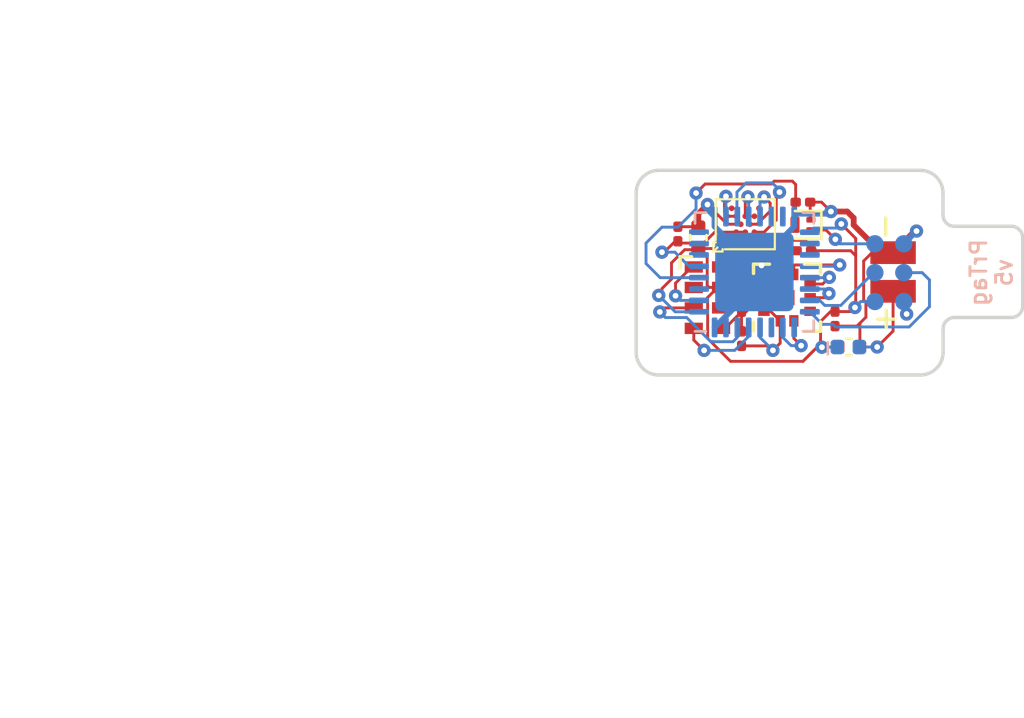
<source format=kicad_pcb>
(kicad_pcb (version 20211014) (generator pcbnew)
  (layers (0 "F.Cu" signal) (31 "B.Cu" signal) (34 "B.Paste" user) (35 "F.Paste" user) (36 "B.SilkS" user "B.Silkscreen") (37 "F.SilkS" user "F.Silkscreen") (38 "B.Mask" user) (39 "F.Mask" user) (44 "Edge.Cuts" user))
  (net 0 "")
  (net 1 "GND")
  (net 2 "VBAT")
  (net 3 "SWDIO")
  (net 4 "SWCLK")
  (net 5 "Net-(C502-Pad1)")
  (net 6 "RST")
  (net 7 "/clkout")
  (net 8 "/SCL")
  (net 9 "/SDA")
  (net 10 "VIN")
  (net 11 "Net-(R1-Pad1)")
  (net 12 "/AT25_MISO")
  (net 13 "/AT25_nCS")
  (net 14 "/AT25_MOSI")
  (net 15 "/AT25_SCK")
  (net 16 "/LPS_CS")
  (net 17 "/LPS_PWR")
  (net 18 "/LPS_MISO")
  (net 19 "/LPS_MOSI")
  (net 20 "/LPS_SCK")
  (footprint "library:taghole1.1mm" (layer "F.Cu") (at 139.931876 111.650589)
    (fp_text reference "J303" hide)
    (fp_text value "Conn_01x01" hide)
    (pad "" np_thru_hole circle (at 0.615 -0.03) (size 1.1 1.1) (drill 1.1) (layers F&B.Cu *.Mask))
  )
  (footprint "bittag:MS621" (layer "F.Cu") (at 150.596876 108.370589 180)
    (fp_text reference "J401" hide)
    (fp_text value "CONN_01X02" hide)
    (fp_text user "-" (at 0.4 2 270) (layer "F.SilkS"))
    (fp_text user "+" (at 0.3 -2 180) (layer "F.SilkS"))
    (pad "1" smd rect locked (at 0 -0.85 180) (size 2 1) (layers "F.Cu" "F.Mask") (net 2 "VBAT"))
    (pad "2" smd rect locked (at 0 0.85 180) (size 2 1) (layers "F.Cu" "F.Mask") (net 1 "GND"))
  )
  (footprint "Capacitor_SMD:C_0402_1005Metric" (layer "F.Cu") (at 142.031876 106.859589 90)
    (fp_text reference "C404" hide)
    (fp_text value "22uf")
    (fp_line (start -0.107836 -0.36) (end 0.107836 -0.36) (layer "F.SilkS") (width 0.12))
    (fp_line (start -0.107836 0.36) (end 0.107836 0.36) (layer "F.SilkS") (width 0.12))
    (pad "1" smd roundrect locked (at -0.48 0 90) (size 0.56 0.62) (layers "F.Cu" "F.Paste" "F.Mask") (net 10 "VIN"))
    (pad "2" smd roundrect locked (at 0.48 0 90) (size 0.56 0.62) (layers "F.Cu" "F.Paste" "F.Mask") (net 1 "GND"))
  )
  (footprint "library:RV-8803-C7" (layer "F.Cu") (at 142.431876 109.500589)
    (fp_text reference "U501" hide)
    (fp_text value "RV-3028-C7" hide)
    (fp_line (start -1.2 -1.8) (end -1.2 -1.3) (layer "F.SilkS") (width 0.15))
    (fp_line (start -0.7 -1.8) (end -1.2 -1.8) (layer "F.SilkS") (width 0.15))
    (pad "1" smd rect locked (at -0.6 -1.35) (size 0.8 0.5) (layers "F.Cu" "F.Paste" "F.Mask") (net 7 "/clkout"))
    (pad "2" smd rect locked (at -0.6 -0.45) (size 0.8 0.5) (layers "F.Cu" "F.Paste" "F.Mask"))
    (pad "3" smd rect locked (at -0.6 0.45) (size 0.8 0.5) (layers "F.Cu" "F.Paste" "F.Mask") (net 8 "/SCL"))
    (pad "4" smd rect locked (at -0.6 1.35) (size 0.8 0.5) (layers "F.Cu" "F.Paste" "F.Mask") (net 9 "/SDA"))
    (pad "5" smd rect locked (at 0.6 1.35) (size 0.8 0.5) (layers "F.Cu" "F.Paste" "F.Mask") (net 1 "GND"))
    (pad "6" smd rect locked (at 0.6 0.45) (size 0.8 0.5) (layers "F.Cu" "F.Paste" "F.Mask") (net 11 "Net-(R1-Pad1)"))
    (pad "7" smd rect locked (at 0.6 -0.45) (size 0.8 0.5) (layers "F.Cu" "F.Paste" "F.Mask") (net 10 "VIN"))
    (pad "8" smd rect locked (at 0.6 -1.35) (size 0.8 0.5) (layers "F.Cu" "F.Paste" "F.Mask") (net 1 "GND"))
  )
  (footprint "Resistor_SMD:R_0201_0603Metric" (layer "F.Cu") (at 143.931876 109.800589 -90)
    (fp_text reference "R1" hide)
    (fp_text value "10k")
    (pad "1" smd roundrect locked (at -0.32 0 270) (size 0.46 0.4) (layers "F.Cu" "F.Mask") (net 11 "Net-(R1-Pad1)"))
    (pad "2" smd roundrect locked (at 0.32 0 270) (size 0.46 0.4) (layers "F.Cu" "F.Mask") (net 1 "GND"))
  )
  (footprint "Capacitor_SMD:C_0201_0603Metric" (layer "F.Cu") (at 148.044276 110.432589 -90)
    (fp_text reference "C501" hide)
    (fp_text value "0.1uf")
    (pad "1" smd roundrect locked (at -0.32 0 270) (size 0.46 0.4) (layers "F.Cu" "F.Mask") (net 10 "VIN"))
    (pad "2" smd roundrect locked (at 0.32 0 270) (size 0.46 0.4) (layers "F.Cu" "F.Mask") (net 1 "GND"))
  )
  (footprint "Capacitor_SMD:C_0201_0603Metric" (layer "F.Cu") (at 143.931876 108.400589 90)
    (fp_text reference "C503" hide)
    (fp_text value "0.1uf")
    (pad "1" smd roundrect locked (at -0.32 0 90) (size 0.46 0.4) (layers "F.Cu" "F.Mask") (net 10 "VIN"))
    (pad "2" smd roundrect locked (at 0.32 0 90) (size 0.46 0.4) (layers "F.Cu" "F.Mask") (net 1 "GND"))
  )
  (footprint "library:adesto_wlcsp12" (layer "F.Cu") (at 144.096876 106.270589 90)
    (fp_text reference "U1" hide)
    (fp_text value "at25ex321D-UUN" hide)
    (fp_line (start 1.1 1.3) (end 1.1 -1.3) (layer "F.SilkS") (width 0.1))
    (fp_line (start -1.2 -1) (end -1.1 -1) (layer "F.SilkS") (width 0.1))
    (fp_line (start -0.8 -1.4) (end -0.8 -1.3) (layer "F.SilkS") (width 0.1))
    (fp_line (start -1.2 -1.4) (end -1.025 -1.225) (layer "F.SilkS") (width 0.1))
    (fp_line (start -1.1 1.3) (end -1.1 -0.9) (layer "F.SilkS") (width 0.1))
    (fp_line (start -0.8 -1.4) (end -1.2 -1.4) (layer "F.SilkS") (width 0.1))
    (fp_line (start -1.1 1.3) (end 1.1 1.3) (layer "F.SilkS") (width 0.1))
    (fp_line (start -1.2 -1) (end -1.2 -1.4) (layer "F.SilkS") (width 0.1))
    (fp_line (start 1.1 -1.3) (end -0.7 -1.3) (layer "F.SilkS") (width 0.1))
    (pad "A1" smd circle locked (at -0.7 -0.6 90) (size 0.25 0.25) (layers "F.Cu" "F.Paste" "F.Mask"))
    (pad "A5" smd circle locked (at 0.7 -0.6 90) (size 0.25 0.25) (layers "F.Cu" "F.Paste" "F.Mask"))
    (pad "B2" smd circle locked (at -0.35 -0.4 90) (size 0.25 0.25) (layers "F.Cu" "F.Paste" "F.Mask") (net 10 "VIN"))
    (pad "B4" smd circle locked (at 0.35 -0.4 90) (size 0.25 0.25) (layers "F.Cu" "F.Paste" "F.Mask") (net 13 "/AT25_nCS"))
    (pad "C3" smd circle locked (at 0 -0.2 90) (size 0.25 0.25) (layers "F.Cu" "F.Paste" "F.Mask") (net 1 "GND"))
    (pad "D2" smd circle locked (at -0.35 0 90) (size 0.25 0.25) (layers "F.Cu" "F.Paste" "F.Mask") (net 10 "VIN"))
    (pad "D4" smd circle locked (at 0.35 0 90) (size 0.25 0.25) (layers "F.Cu" "F.Paste" "F.Mask") (net 12 "/AT25_MISO"))
    (pad "E3" smd circle locked (at 0 0.2 90) (size 0.25 0.25) (layers "F.Cu" "F.Paste" "F.Mask") (net 14 "/AT25_MOSI"))
    (pad "F2" smd circle locked (at -0.35 0.4 90) (size 0.25 0.25) (layers "F.Cu" "F.Paste" "F.Mask") (net 15 "/AT25_SCK"))
    (pad "F4" smd circle locked (at 0.35 0.4 90) (size 0.25 0.25) (layers "F.Cu" "F.Paste" "F.Mask"))
    (pad "G1" smd circle locked (at -0.7 0.6 90) (size 0.25 0.25) (layers "F.Cu" "F.Paste" "F.Mask"))
    (pad "G5" smd circle locked (at 0.7 0.6 90) (size 0.25 0.25) (layers "F.Cu" "F.Paste" "F.Mask"))
  )
  (footprint "Capacitor_SMD:C_0201_0603Metric" (layer "F.Cu") (at 146.631876 105.300589)
    (fp_text reference "C502" hide)
    (fp_text value "0.1uf")
    (pad "1" smd roundrect locked (at -0.32 0) (size 0.46 0.4) (layers "F.Cu" "F.Mask") (net 5 "Net-(C502-Pad1)"))
    (pad "2" smd roundrect locked (at 0.32 0) (size 0.46 0.4) (layers "F.Cu" "F.Mask") (net 1 "GND"))
  )
  (footprint "library:taghole1.1mm" (layer "F.Cu") (at 139.931876 105.150589)
    (fp_text reference "J304" hide)
    (fp_text value "Conn_01x01" hide)
    (pad "" np_thru_hole circle (at 0.615 -0.03) (size 1.1 1.1) (drill 1.1) (layers F&B.Cu *.Mask))
  )
  (footprint "library:taghole1.1mm" (layer "F.Cu") (at 150.901876 111.650589)
    (fp_text reference "J301" hide)
    (fp_text value "Conn_01x01" hide)
    (pad "" np_thru_hole circle locked (at 0.645 -0.03) (size 1.1 1.1) (drill 1.1) (layers F&B.Cu *.Mask))
  )
  (footprint "library:taghole1.1mm" (layer "F.Cu") (at 150.901876 105.150589)
    (fp_text reference "J302" hide)
    (fp_text value "Conn_01x01" hide)
    (pad "" np_thru_hole circle (at 0.645 -0.03) (size 1.1 1.1) (drill 1.1) (layers F&B.Cu *.Mask))
  )
  (footprint "Package_TO_SOT_SMD:SOT-883" (layer "F.Cu") (at 146.631876 106.300589 180)
    (fp_text reference "Q501" hide)
    (fp_text value "Q_NPN_BEC")
    (fp_line (start 0.35 0.61) (end -0.81 0.61) (layer "F.SilkS") (width 0.12))
    (fp_line (start -0.81 0.61) (end -0.81 -0.61) (layer "F.SilkS") (width 0.12))
    (fp_line (start -0.81 -0.61) (end 0.35 -0.61) (layer "F.SilkS") (width 0.12))
    (pad "1" smd roundrect locked (at -0.35 -0.225 180) (size 0.4 0.25) (layers "F.Cu" "F.Paste" "F.Mask") (roundrect_rratio 0.2) (net 6 "RST"))
    (pad "2" smd roundrect locked (at -0.35 0.225 180) (size 0.4 0.25) (layers "F.Cu" "F.Paste" "F.Mask") (roundrect_rratio 0.2) (net 1 "GND"))
    (pad "3" smd roundrect locked (at 0.35 0 180) (size 0.4 0.7) (layers "F.Cu" "F.Paste" "F.Mask") (roundrect_rratio 0.125) (net 5 "Net-(C502-Pad1)"))
  )
  (footprint "Capacitor_SMD:C_0201_0603Metric" (layer "F.Cu") (at 143.931876 111.300589 90)
    (fp_text reference "C1" hide)
    (fp_text value "0.1uf")
    (pad "1" smd roundrect locked (at -0.32 0 90) (size 0.46 0.4) (layers "F.Cu" "F.Mask") (net 17 "/LPS_PWR"))
    (pad "2" smd roundrect locked (at 0.32 0 90) (size 0.46 0.4) (layers "F.Cu" "F.Mask") (net 1 "GND"))
  )
  (footprint "lib_fp:LPS27HHWTR" (layer "F.Cu") (at 145.931876 109.500589 90)
    (fp_text reference "U2" hide)
    (fp_text value "LPS27HHWTR" hide)
    (fp_line (start 1.4732 -1.4732) (end 1.066686 -1.4732) (layer "F.SilkS") (width 0.1524))
    (fp_line (start -1.4732 1.4732) (end -1.066686 1.4732) (layer "F.SilkS") (width 0.1524))
    (fp_line (start -1.4732 0.770467) (end -1.4732 1.4732) (layer "F.SilkS") (width 0.1524))
    (fp_line (start 1.4732 1.4732) (end 1.4732 0.770467) (layer "F.SilkS") (width 0.1524))
    (fp_line (start 1.066686 1.4732) (end 1.4732 1.4732) (layer "F.SilkS") (width 0.1524))
    (fp_line (start -1.066686 -1.4732) (end -1.4732 -1.4732) (layer "F.SilkS") (width 0.1524))
    (fp_line (start 1.4732 -0.770467) (end 1.4732 -1.4732) (layer "F.SilkS") (width 0.1524))
    (pad "1" smd rect (at -1.020999 -0.299999 180) (size 0.4064 0.508) (layers "F.Cu" "F.Paste" "F.Mask") (net 17 "/LPS_PWR"))
    (pad "2" smd rect (at -1.020999 0.299999 180) (size 0.4064 0.508) (layers "F.Cu" "F.Paste" "F.Mask") (net 20 "/LPS_SCK"))
    (pad "3" smd rect (at -0.599999 1.016 90) (size 0.4064 0.508) (layers "F.Cu" "F.Paste" "F.Mask"))
    (pad "4" smd rect (at 0 1.016 90) (size 0.4064 0.508) (layers "F.Cu" "F.Paste" "F.Mask") (net 19 "/LPS_MOSI"))
    (pad "5" smd rect (at 0.599999 1.016 90) (size 0.4064 0.508) (layers "F.Cu" "F.Paste" "F.Mask") (net 18 "/LPS_MISO"))
    (pad "6" smd rect (at 1.020999 0.299999 180) (size 0.4064 0.508) (layers "F.Cu" "F.Paste" "F.Mask") (net 16 "/LPS_CS"))
    (pad "7" smd rect (at 1.020999 -0.299999 180) (size 0.4064 0.508) (layers "F.Cu" "F.Paste" "F.Mask"))
    (pad "8" smd rect (at 0.599999 -1.016 90) (size 0.4064 0.508) (layers "F.Cu" "F.Paste" "F.Mask") (net 1 "GND"))
    (pad "9" smd rect (at 0 -1.016 90) (size 0.4064 0.508) (layers "F.Cu" "F.Paste" "F.Mask") (net 1 "GND"))
    (pad "10" smd rect (at -0.599999 -1.016 90) (size 0.4064 0.508) (layers "F.Cu" "F.Paste" "F.Mask") (net 17 "/LPS_PWR"))
    (pad "11" smd rect (at 0 0 90) (size 0.6604 0.6604) (layers "F.Cu" "F.Paste" "F.Mask") (net 1 "GND"))
  )
  (footprint "Capacitor_SMD:C_0201_0603Metric" (layer "F.Cu") (at 141.131876 106.700589 90)
    (fp_text reference "C2" hide)
    (fp_text value "0.1uf")
    (pad "1" smd roundrect locked (at -0.32 0 90) (size 0.46 0.4) (layers "F.Cu" "F.Mask") (net 10 "VIN"))
    (pad "2" smd roundrect locked (at 0.32 0 90) (size 0.46 0.4) (layers "F.Cu" "F.Mask") (net 1 "GND"))
  )
  (footprint "Capacitor_SMD:C_0201_0603Metric" (layer "F.Cu") (at 146.672676 107.435389 180)
    (fp_text reference "C101" hide)
    (fp_text value "1uf")
    (pad "1" smd roundrect locked (at -0.32 0 180) (size 0.46 0.4) (layers "F.Cu" "F.Mask") (net 10 "VIN"))
    (pad "2" smd roundrect locked (at 0.32 0 180) (size 0.46 0.4) (layers "F.Cu" "F.Mask") (net 1 "GND"))
  )
  (footprint "Capacitor_SMD:C_0402_1005Metric" (layer "F.Cu") (at 148.656876 111.670589)
    (fp_text reference "C3" hide)
    (fp_text value "22uf")
    (fp_line (start -0.107836 -0.36) (end 0.107836 -0.36) (layer "F.SilkS") (width 0.12))
    (fp_line (start -0.107836 0.36) (end 0.107836 0.36) (layer "F.SilkS") (width 0.12))
    (pad "1" smd roundrect (at -0.48 0) (size 0.56 0.62) (layers "F.Cu" "F.Paste" "F.Mask") (net 10 "VIN"))
    (pad "2" smd roundrect (at 0.48 0) (size 0.56 0.62) (layers "F.Cu" "F.Paste" "F.Mask") (net 1 "GND"))
  )
  (footprint "bittag:tagpoints6" (layer "B.Cu") (at 150.431876 108.400589 90)
    (fp_text reference "J201" hide)
    (fp_text value "CONN_02X04" hide)
    (pad "1" smd circle locked (at -1.27 -0.635 90) (size 0.762 0.762) (layers "B.Cu" "B.Mask") (net 10 "VIN"))
    (pad "2" smd circle locked (at -1.27 0.635 90) (size 0.762 0.762) (layers "B.Cu" "B.Mask") (net 2 "VBAT"))
    (pad "3" smd circle locked (at 0 -0.635 90) (size 0.762 0.762) (layers "B.Cu" "B.Mask") (net 3 "SWDIO"))
    (pad "4" smd circle locked (at 0 0.635 90) (size 0.762 0.762) (layers "B.Cu" "B.Mask") (net 4 "SWCLK"))
    (pad "5" smd circle locked (at 1.27 -0.635 90) (size 0.762 0.762) (layers "B.Cu" "B.Mask") (net 6 "RST"))
    (pad "6" smd circle locked (at 1.27 0.635 90) (size 0.762 0.762) (layers "B.Cu" "B.Mask") (net 1 "GND"))
  )
  (footprint "Diode_SMD:D_0402_1005Metric" (layer "B.Cu") (at 148.626876 111.670589)
    (fp_text reference "D401" hide)
    (fp_text value "D")
    (fp_line (start -0.9 0.32) (end -0.9 -0.2) (layer "B.SilkS") (width 0.12))
    (pad "1" smd roundrect (at -0.485 0) (size 0.59 0.64) (layers "B.Cu" "B.Paste" "B.Mask") (net 10 "VIN"))
    (pad "2" smd roundrect (at 0.485 0) (size 0.59 0.64) (layers "B.Cu" "B.Paste" "B.Mask") (net 2 "VBAT"))
  )
  (footprint "Package_DFN_QFN:QFN-32-1EP_5x5mm_P0.5mm_EP3.45x3.45mm" (layer "B.Cu") (at 144.496876 108.370589)
    (fp_text reference "U302" hide)
    (fp_text value "stm32l431kc")
    (fp_line (start 2.61 -2.61) (end 2.61 -2.135) (layer "B.SilkS") (width 0.12))
    (fp_line (start 2.135 2.61) (end 2.61 2.61) (layer "B.SilkS") (width 0.12))
    (fp_line (start -2.135 -2.61) (end -2.61 -2.61) (layer "B.SilkS") (width 0.12))
    (fp_line (start 2.135 -2.61) (end 2.61 -2.61) (layer "B.SilkS") (width 0.12))
    (fp_line (start -2.135 2.61) (end -2.61 2.61) (layer "B.SilkS") (width 0.12))
    (fp_line (start -2.61 -2.61) (end -2.61 -2.135) (layer "B.SilkS") (width 0.12))
    (fp_line (start 2.61 2.61) (end 2.61 2.135) (layer "B.SilkS") (width 0.12))
    (pad "1" smd roundrect locked (at -2.4375 1.75) (size 0.875 0.25) (layers "B.Cu" "B.Paste" "B.Mask") (net 10 "VIN"))
    (pad "2" smd roundrect locked (at -2.4375 1.25) (size 0.875 0.25) (layers "B.Cu" "B.Paste" "B.Mask") (net 7 "/clkout"))
    (pad "3" smd roundrect locked (at -2.4375 0.75) (size 0.875 0.25) (layers "B.Cu" "B.Paste" "B.Mask"))
    (pad "4" smd roundrect locked (at -2.4375 0.25) (size 0.875 0.25) (layers "B.Cu" "B.Paste" "B.Mask") (net 5 "Net-(C502-Pad1)"))
    (pad "5" smd roundrect locked (at -2.4375 -0.25) (size 0.875 0.25) (layers "B.Cu" "B.Paste" "B.Mask") (net 10 "VIN"))
    (pad "6" smd roundrect locked (at -2.4375 -0.75) (size 0.875 0.25) (layers "B.Cu" "B.Paste" "B.Mask"))
    (pad "7" smd roundrect locked (at -2.4375 -1.25) (size 0.875 0.25) (layers "B.Cu" "B.Paste" "B.Mask"))
    (pad "8" smd roundrect locked (at -2.4375 -1.75) (size 0.875 0.25) (layers "B.Cu" "B.Paste" "B.Mask"))
    (pad "9" smd roundrect locked (at -1.75 -2.4375) (size 0.25 0.875) (layers "B.Cu" "B.Paste" "B.Mask") (net 1 "GND"))
    (pad "10" smd roundrect locked (at -1.25 -2.4375) (size 0.25 0.875) (layers "B.Cu" "B.Paste" "B.Mask") (net 13 "/AT25_nCS"))
    (pad "11" smd roundrect locked (at -0.75 -2.4375) (size 0.25 0.875) (layers "B.Cu" "B.Paste" "B.Mask") (net 15 "/AT25_SCK"))
    (pad "12" smd roundrect locked (at -0.25 -2.4375) (size 0.25 0.875) (layers "B.Cu" "B.Paste" "B.Mask") (net 12 "/AT25_MISO"))
    (pad "13" smd roundrect locked (at 0.25 -2.4375) (size 0.25 0.875) (layers "B.Cu" "B.Paste" "B.Mask") (net 14 "/AT25_MOSI"))
    (pad "14" smd roundrect locked (at 0.75 -2.4375) (size 0.25 0.875) (layers "B.Cu" "B.Paste" "B.Mask"))
    (pad "15" smd roundrect locked (at 1.25 -2.4375) (size 0.25 0.875) (layers "B.Cu" "B.Paste" "B.Mask"))
    (pad "16" smd roundrect locked (at 1.75 -2.4375) (size 0.25 0.875) (layers "B.Cu" "B.Paste" "B.Mask") (net 1 "GND"))
    (pad "17" smd roundrect locked (at 2.4375 -1.75) (size 0.875 0.25) (layers "B.Cu" "B.Paste" "B.Mask") (net 10 "VIN"))
    (pad "18" smd roundrect locked (at 2.4375 -1.25) (size 0.875 0.25) (layers "B.Cu" "B.Paste" "B.Mask"))
    (pad "19" smd roundrect locked (at 2.4375 -0.75) (size 0.875 0.25) (layers "B.Cu" "B.Paste" "B.Mask"))
    (pad "20" smd roundrect locked (at 2.4375 -0.25) (size 0.875 0.25) (layers "B.Cu" "B.Paste" "B.Mask") (net 16 "/LPS_CS"))
    (pad "21" smd roundrect locked (at 2.4375 0.25) (size 0.875 0.25) (layers "B.Cu" "B.Paste" "B.Mask") (net 18 "/LPS_MISO"))
    (pad "22" smd roundrect locked (at 2.4375 0.75) (size 0.875 0.25) (layers "B.Cu" "B.Paste" "B.Mask") (net 19 "/LPS_MOSI"))
    (pad "23" smd roundrect locked (at 2.4375 1.25) (size 0.875 0.25) (layers "B.Cu" "B.Paste" "B.Mask") (net 3 "SWDIO"))
    (pad "24" smd roundrect locked (at 2.4375 1.75) (size 0.875 0.25) (layers "B.Cu" "B.Paste" "B.Mask") (net 4 "SWCLK"))
    (pad "25" smd roundrect locked (at 1.75 2.4375) (size 0.25 0.875) (layers "B.Cu" "B.Paste" "B.Mask"))
    (pad "26" smd roundrect locked (at 1.25 2.4375) (size 0.25 0.875) (layers "B.Cu" "B.Paste" "B.Mask") (net 20 "/LPS_SCK"))
    (pad "27" smd roundrect locked (at 0.75 2.4375) (size 0.25 0.875) (layers "B.Cu" "B.Paste" "B.Mask"))
    (pad "28" smd roundrect locked (at 0.25 2.4375) (size 0.25 0.875) (layers "B.Cu" "B.Paste" "B.Mask") (net 17 "/LPS_PWR"))
    (pad "29" smd roundrect locked (at -0.25 2.4375) (size 0.25 0.875) (layers "B.Cu" "B.Paste" "B.Mask") (net 9 "/SDA"))
    (pad "30" smd roundrect locked (at -0.75 2.4375) (size 0.25 0.875) (layers "B.Cu" "B.Paste" "B.Mask") (net 8 "/SCL"))
    (pad "31" smd roundrect locked (at -1.25 2.4375) (size 0.25 0.875) (layers "B.Cu" "B.Paste" "B.Mask") (net 1 "GND"))
    (pad "32" smd roundrect locked (at -1.75 2.4375) (size 0.25 0.875) (layers "B.Cu" "B.Paste" "B.Mask") (net 1 "GND"))
    (pad "33" smd roundrect locked (at 0 0) (size 3.45 3.45) (layers "B.Cu" "B.Mask") (roundrect_rratio 0.07246376812) (net 1 "GND"))
  )
  (gr_line (start 139.296876 111.900589) (end 139.296876 104.900589) (layer "Edge.Cuts") (width 0.15))
  (gr_line (start 152.791876 104.900589) (end 152.791876 105.870589) (layer "Edge.Cuts") (width 0.15))
  (gr_line (start 156.296876 106.870589) (end 156.296876 109.870589) (layer "Edge.Cuts") (width 0.15))
  (gr_line (start 152.796876 111.900589) (end 152.796876 110.870589) (layer "Edge.Cuts") (width 0.15))
  (gr_arc (start 140.296876 112.900589) (mid 139.589769 112.607696) (end 139.296876 111.900589) (layer "Edge.Cuts") (width 0.15))
  (gr_arc (start 151.791876 103.900589) (mid 152.498983 104.193482) (end 152.791876 104.900589) (layer "Edge.Cuts") (width 0.15))
  (gr_line (start 140.296876 103.900589) (end 151.791876 103.900589) (layer "Edge.Cuts") (width 0.15))
  (gr_arc (start 156.296876 109.870589) (mid 156.150429 110.224142) (end 155.796876 110.370589) (layer "Edge.Cuts") (width 0.15))
  (gr_arc (start 152.796876 111.900589) (mid 152.503983 112.607696) (end 151.796876 112.900589) (layer "Edge.Cuts") (width 0.15))
  (gr_arc (start 153.291876 106.360589) (mid 152.940394 106.219142) (end 152.791876 105.870589) (layer "Edge.Cuts") (width 0.15))
  (gr_line (start 151.796876 112.900589) (end 140.296876 112.900589) (layer "Edge.Cuts") (width 0.15))
  (gr_arc (start 155.791876 106.360589) (mid 156.15 106.511) (end 156.296876 106.870589) (layer "Edge.Cuts") (width 0.15))
  (gr_line (start 153.291876 106.360589) (end 155.791876 106.360589) (layer "Edge.Cuts") (width 0.15))
  (gr_arc (start 152.796876 110.870589) (mid 152.943323 110.517036) (end 153.296876 110.370589) (layer "Edge.Cuts") (width 0.15))
  (gr_line (start 153.296876 110.370589) (end 155.796876 110.370589) (layer "Edge.Cuts") (width 0.15))
  (gr_arc (start 139.296876 104.900589) (mid 139.589769 104.193482) (end 140.296876 103.900589) (layer "Edge.Cuts") (width 0.15))
  (gr_text "PrTag\nv5" (at 154.921876 108.400589 90) (layer "B.SilkS") (effects (font (size 0.7 0.7) (thickness 0.125)) (justify mirror)))
  (segment (start 147.450616 105.300589) (end 147.863213 105.713186) (width 0.127) (layer "F.Cu") (net 1))
  (segment (start 150.796876 107.520589) (end 150.212876 107.520589) (width 0.254) (layer "F.Cu") (net 1))
  (segment (start 146.951876 105.300589) (end 146.951876 106.045589) (width 0.127) (layer "F.Cu") (net 1))
  (segment (start 149.123876 110.637589) (end 149.401867 110.359598) (width 0.127) (layer "F.Cu") (net 1))
  (segment (start 143.301876 106.270589) (end 142.726878 105.695591) (width 0.127) (layer "F.Cu") (net 1))
  (segment (start 143.931876 108.080589) (end 144.811876 108.080589) (width 0.127) (layer "F.Cu") (net 1))
  (segment (start 146.951876 105.300589) (end 147.450616 105.300589) (width 0.127) (layer "F.Cu") (net 1))
  (segment (start 148.580305 105.713186) (end 147.863213 105.713186) (width 0.254) (layer "F.Cu") (net 1))
  (segment (start 149.136876 110.650589) (end 149.123876 110.637589) (width 0.127) (layer "F.Cu") (net 1))
  (segment (start 150.746876 107.370589) (end 150.596876 107.520589) (width 0.254) (layer "F.Cu") (net 1))
  (segment (start 149.401867 110.359598) (end 149.401867 109.70103) (width 0.127) (layer "F.Cu") (net 1))
  (segment (start 144.915876 109.500589) (end 144.751876 109.500589) (width 0.127) (layer "F.Cu") (net 1))
  (segment (start 149.136876 111.670589) (end 149.136876 110.650589) (width 0.127) (layer "F.Cu") (net 1))
  (segment (start 144.915876 108.90059) (end 144.915876 109.500589) (width 0.127) (layer "F.Cu") (net 1))
  (segment (start 144.915876 109.500589) (end 145.931876 109.500589) (width 0.127) (layer "F.Cu") (net 1))
  (segment (start 149.301876 109.601039) (end 149.301876 107.888589) (width 0.127) (layer "F.Cu") (net 1))
  (segment (start 141.131876 106.380589) (end 142.030876 106.380589) (width 0.127) (layer "F.Cu") (net 1))
  (segment (start 143.896876 106.270589) (end 143.701876 106.270589) (width 0.13) (layer "F.Cu") (net 1))
  (segment (start 149.401867 109.70103) (end 149.301876 109.601039) (width 0.127) (layer "F.Cu") (net 1))
  (segment (start 151.546876 106.570589) (end 150.596876 107.520589) (width 0.254) (layer "F.Cu") (net 1))
  (segment (start 148.864579 106.307291) (end 148.864579 105.99746) (width 0.254) (layer "F.Cu") (net 1))
  (segment (start 149.008876 110.752589) (end 149.123876 110.637589) (width 0.127) (layer "F.Cu") (net 1))
  (segment (start 143.201876 110.850589) (end 143.031876 110.850589) (width 0.127) (layer "F.Cu") (net 1))
  (segment (start 142.031876 105.806395) (end 142.434779 105.403492) (width 0.254) (layer "F.Cu") (net 1))
  (segment (start 144.131876 110.120589) (end 143.931876 110.120589) (width 0.127) (layer "F.Cu") (net 1))
  (segment (start 142.726878 105.695591) (end 142.434779 105.403492) (width 0.127) (layer "F.Cu") (net 1))
  (segment (start 151.626876 106.570589) (end 151.546876 106.570589) (width 0.254) (layer "F.Cu") (net 1))
  (segment (start 144.811876 108.080589) (end 144.811876 108.79659) (width 0.127) (layer "F.Cu") (net 1))
  (segment (start 144.751876 109.500589) (end 144.131876 110.120589) (width 0.127) (layer "F.Cu") (net 1))
  (segment (start 143.031876 108.150589) (end 143.901876 108.150589) (width 0.127) (layer "F.Cu") (net 1))
  (segment (start 144.811876 108.080589) (end 145.224967 108.080589) (width 0.127) (layer "F.Cu") (net 1))
  (segment (start 148.864579 105.99746) (end 148.580305 105.713186) (width 0.254) (layer "F.Cu") (net 1))
  (segment (start 143.031876 110.850589) (end 143.16103 110.850589) (width 0.127) (layer "F.Cu") (net 1))
  (segment (start 150.077877 107.520589) (end 148.864579 106.307291) (width 0.254) (layer "F.Cu") (net 1))
  (segment (start 146.951876 106.045589) (end 146.981876 106.075589) (width 0.127) (layer "F.Cu") (net 1))
  (segment (start 149.669876 107.520589) (end 150.796876 107.520589) (width 0.127) (layer "F.Cu") (net 1))
  (segment (start 145.224967 108.080589) (end 145.870167 107.435389) (width 0.127) (layer "F.Cu") (net 1))
  (segment (start 142.031876 106.379589) (end 142.031876 105.806395) (width 0.254) (layer "F.Cu") (net 1))
  (segment (start 143.701876 106.270589) (end 143.301876 106.270589) (width 0.127) (layer "F.Cu") (net 1))
  (segment (start 148.044276 110.752589) (end 149.008876 110.752589) (width 0.127) (layer "F.Cu") (net 1))
  (segment (start 142.030876 106.380589) (end 142.031876 106.379589) (width 0.127) (layer "F.Cu") (net 1))
  (segment (start 150.796876 107.520589) (end 150.077877 107.520589) (width 0.254) (layer "F.Cu") (net 1))
  (segment (start 143.031876 108.150589) (end 143.861876 108.150589) (width 0.127) (layer "F.Cu") (net 1))
  (segment (start 143.931876 110.120589) (end 143.201876 110.850589) (width 0.127) (layer "F.Cu") (net 1))
  (segment (start 149.301876 107.888589) (end 149.669876 107.520589) (width 0.127) (layer "F.Cu") (net 1))
  (segment (start 144.811876 108.79659) (end 144.915876 108.90059) (width 0.127) (layer "F.Cu") (net 1))
  (segment (start 145.870167 107.435389) (end 146.352676 107.435389) (width 0.127) (layer "F.Cu") (net 1))
  (segment (start 149.912876 107.520589) (end 150.796876 107.520589) (width 0.127) (layer "F.Cu") (net 1))
  (segment (start 143.931876 110.980589) (end 143.931876 110.120589) (width 0.127) (layer "F.Cu") (net 1))
  (via (at 151.626876 106.570589) (size 0.5842) (drill 0.254) (layers "F.Cu" "B.Cu") (net 1))
  (via (at 142.434779 105.403492) (size 0.5842) (drill 0.254) (layers "F.Cu" "B.Cu") (net 1))
  (via (at 144.811876 108.080589) (size 0.5842) (drill 0.254) (layers "F.Cu" "B.Cu") (net 1))
  (via (at 147.863213 105.713186) (size 0.5842) (drill 0.254) (layers "F.Cu" "B.Cu") (net 1))
  (segment (start 144.746876 108.120589) (end 144.496876 108.370589) (width 0.13) (layer "B.Cu") (net 1))
  (segment (start 143.246876 107.120589) (end 144.496876 108.370589) (width 0.127) (layer "B.Cu") (net 1))
  (segment (start 146.246876 105.933089) (end 146.371876 105.808089) (width 0.254) (layer "B.Cu") (net 1))
  (segment (start 146.371876 105.808089) (end 147.91133 105.808089) (width 0.254) (layer "B.Cu") (net 1))
  (segment (start 145.246876 107.620589) (end 144.496876 108.370589) (width 0.127) (layer "B.Cu") (net 1))
  (segment (start 142.746876 105.933089) (end 142.434779 105.620992) (width 0.254) (layer "B.Cu") (net 1))
  (segment (start 142.434779 105.620992) (end 142.434779 105.403492) (width 0.254) (layer "B.Cu") (net 1))
  (segment (start 142.746876 106.370589) (end 144.496876 108.120589) (width 0.254) (layer "B.Cu") (net 1))
  (segment (start 143.246876 109.620589) (end 144.496876 108.370589) (width 0.13) (layer "B.Cu") (net 1))
  (segment (start 146.246876 105.933089) (end 146.246876 106.370589) (width 0.254) (layer "B.Cu") (net 1))
  (segment (start 147.948279 105.713186) (end 147.863213 105.713186) (width 0.254) (layer "B.Cu") (net 1))
  (segment (start 146.246876 106.370589) (end 144.496876 108.120589) (width 0.254) (layer "B.Cu") (net 1))
  (segment (start 144.796876 108.370589) (end 144.896876 108.270589) (width 0.127) (layer "B.Cu") (net 1))
  (segment (start 144.496876 108.370589) (end 144.796876 108.370589) (width 0.127) (layer "B.Cu") (net 1))
  (segment (start 143.746876 107.620589) (end 144.496876 108.370589) (width 0.127) (layer "B.Cu") (net 1))
  (segment (start 142.746876 105.933089) (end 142.746876 106.370589) (width 0.254) (layer "B.Cu") (net 1))
  (segment (start 143.246876 110.808089) (end 143.246876 109.620589) (width 0.13) (layer "B.Cu") (net 1))
  (segment (start 151.066876 107.130589) (end 151.626876 106.570589) (width 0.254) (layer "B.Cu") (net 1))
  (segment (start 142.746876 110.808089) (end 144.496876 109.058089) (width 0.254) (layer "B.Cu") (net 1))
  (segment (start 150.596876 110.970589) (end 150.596876 109.220589) (width 0.127) (layer "F.Cu") (net 2))
  (segment (start 150.646876 109.270589) (end 150.596876 109.220589) (width 0.254) (layer "F.Cu") (net 2))
  (segment (start 150.796876 109.220589) (end 150.611876 109.220589) (width 0.254) (layer "F.Cu") (net 2))
  (segment (start 151.191876 110.220589) (end 151.191876 109.615589) (width 0.127) (layer "F.Cu") (net 2))
  (segment (start 149.896876 111.670589) (end 150.596876 110.970589) (width 0.127) (layer "F.Cu") (net 2))
  (segment (start 151.191876 109.615589) (end 150.796876 109.220589) (width 0.127) (layer "F.Cu") (net 2))
  (via (at 149.896876 111.670589) (size 0.5842) (drill 0.254) (layers "F.Cu" "B.Cu") (net 2))
  (via (at 151.191876 110.220589) (size 0.5842) (drill 0.254) (layers "F.Cu" "B.Cu") (net 2))
  (segment (start 149.111876 111.670589) (end 149.896876 111.670589) (width 0.127) (layer "B.Cu") (net 2))
  (segment (start 151.066876 109.670589) (end 151.066876 110.095589) (width 0.127) (layer "B.Cu") (net 2))
  (segment (start 151.066876 110.095589) (end 151.191876 110.220589) (width 0.127) (layer "B.Cu") (net 2))
  (segment (start 147.593477 109.84219) (end 147.371876 109.620589) (width 0.127) (layer "B.Cu") (net 3))
  (segment (start 147.371876 109.620589) (end 146.934376 109.620589) (width 0.127) (layer "B.Cu") (net 3))
  (segment (start 149.737856 108.400589) (end 148.296255 109.84219) (width 0.127) (layer "B.Cu") (net 3))
  (segment (start 149.796876 108.400589) (end 149.737856 108.400589) (width 0.127) (layer "B.Cu") (net 3))
  (segment (start 148.296255 109.84219) (end 147.593477 109.84219) (width 0.127) (layer "B.Cu") (net 3))
  (segment (start 151.876876 108.400589) (end 152.196876 108.720589) (width 0.127) (layer "B.Cu") (net 4))
  (segment (start 151.066876 108.400589) (end 151.876876 108.400589) (width 0.127) (layer "B.Cu") (net 4))
  (segment (start 147.951668 110.674339) (end 147.488126 110.674339) (width 0.127) (layer "B.Cu") (net 4))
  (segment (start 151.307397 110.787568) (end 148.064897 110.787568) (width 0.127) (layer "B.Cu") (net 4))
  (segment (start 152.196876 108.720589) (end 152.196876 109.898089) (width 0.127) (layer "B.Cu") (net 4))
  (segment (start 147.488126 110.674339) (end 146.934376 110.120589) (width 0.127) (layer "B.Cu") (net 4))
  (segment (start 152.196876 109.898089) (end 151.307397 110.787568) (width 0.127) (layer "B.Cu") (net 4))
  (segment (start 148.064897 110.787568) (end 147.951668 110.674339) (width 0.127) (layer "B.Cu") (net 4))
  (segment (start 146.311876 105.300589) (end 146.311876 106.270589) (width 0.127) (layer "F.Cu") (net 5))
  (segment (start 146.311876 105.300589) (end 146.311876 104.520589) (width 0.127) (layer "F.Cu") (net 5))
  (segment (start 146.311876 106.270589) (end 146.281876 106.300589) (width 0.127) (layer "F.Cu") (net 5))
  (segment (start 142.331876 104.500589) (end 141.931876 104.900589) (width 0.127) (layer "F.Cu") (net 5))
  (segment (start 145.370227 104.376988) (end 145.246626 104.500589) (width 0.127) (layer "F.Cu") (net 5))
  (segment (start 146.168275 104.376988) (end 145.370227 104.376988) (width 0.127) (layer "F.Cu") (net 5))
  (segment (start 146.311876 104.520589) (end 146.168275 104.376988) (width 0.127) (layer "F.Cu") (net 5))
  (segment (start 145.246626 104.500589) (end 142.331876 104.500589) (width 0.127) (layer "F.Cu") (net 5))
  (via (at 141.931876 104.900589) (size 0.5842) (drill 0.254) (layers "F.Cu" "B.Cu") (net 5))
  (segment (start 140.351876 108.620589) (end 139.731876 108.000589) (width 0.127) (layer "B.Cu") (net 5))
  (segment (start 142.059376 108.620589) (end 140.351876 108.620589) (width 0.127) (layer "B.Cu") (net 5))
  (segment (start 139.731876 108.000589) (end 139.731876 107.100589) (width 0.127) (layer "B.Cu") (net 5))
  (segment (start 141.931876 105.600589) (end 141.931876 104.900589) (width 0.127) (layer "B.Cu") (net 5))
  (segment (start 141.131876 106.400589) (end 141.931876 105.600589) (width 0.127) (layer "B.Cu") (net 5))
  (segment (start 140.431876 106.400589) (end 141.131876 106.400589) (width 0.127) (layer "B.Cu") (net 5))
  (segment (start 139.731876 107.100589) (end 140.431876 106.400589) (width 0.127) (layer "B.Cu") (net 5))
  (segment (start 147.648074 106.525589) (end 148.056953 106.934468) (width 0.127) (layer "F.Cu") (net 6))
  (segment (start 146.981876 106.525589) (end 147.648074 106.525589) (width 0.127) (layer "F.Cu") (net 6))
  (via (at 148.056953 106.934468) (size 0.5842) (drill 0.254) (layers "F.Cu" "B.Cu") (net 6))
  (segment (start 149.796876 107.130589) (end 148.253074 107.130589) (width 0.127) (layer "B.Cu") (net 6))
  (segment (start 148.253074 107.130589) (end 148.056953 106.934468) (width 0.127) (layer "B.Cu") (net 6))
  (segment (start 141.029542 108.862147) (end 141.029542 109.417989) (width 0.127) (layer "F.Cu") (net 7))
  (segment (start 141.831876 108.150589) (end 141.7411 108.150589) (width 0.127) (layer "F.Cu") (net 7))
  (segment (start 141.7411 108.150589) (end 141.029542 108.862147) (width 0.127) (layer "F.Cu") (net 7))
  (via (at 141.029542 109.417989) (size 0.5842) (drill 0.254) (layers "F.Cu" "B.Cu") (net 7))
  (segment (start 141.232142 109.620589) (end 141.029542 109.417989) (width 0.127) (layer "B.Cu") (net 7))
  (segment (start 142.059376 109.620589) (end 141.232142 109.620589) (width 0.127) (layer "B.Cu") (net 7))
  (segment (start 141.831876 109.950589) (end 140.441876 109.950589) (width 0.127) (layer "F.Cu") (net 8))
  (segment (start 140.441876 109.950589) (end 140.337948 110.054517) (width 0.127) (layer "F.Cu") (net 8))
  (segment (start 140.337948 110.054517) (end 140.337948 110.128454) (width 0.127) (layer "F.Cu") (net 8))
  (via (at 140.337948 110.128454) (size 0.5842) (drill 0.254) (layers "F.Cu" "B.Cu") (net 8))
  (segment (start 141.51808 110.374589) (end 142.57959 111.436099) (width 0.127) (layer "B.Cu") (net 8))
  (segment (start 142.677386 111.436099) (end 142.57959 111.436099) (width 0.127) (layer "B.Cu") (net 8))
  (segment (start 140.584083 110.374589) (end 140.337948 110.128454) (width 0.127) (layer "B.Cu") (net 8))
  (segment (start 142.677386 111.436099) (end 142.579574 111.436099) (width 0.127) (layer "B.Cu") (net 8))
  (segment (start 143.556366 111.436099) (end 142.677386 111.436099) (width 0.127) (layer "B.Cu") (net 8))
  (segment (start 143.746876 111.245589) (end 143.556366 111.436099) (width 0.127) (layer "B.Cu") (net 8))
  (segment (start 141.51808 110.374589) (end 140.584083 110.374589) (width 0.127) (layer "B.Cu") (net 8))
  (segment (start 141.831876 110.850589) (end 141.831876 111.365372) (width 0.127) (layer "F.Cu") (net 9))
  (segment (start 141.831876 111.365372) (end 142.284495 111.817991) (width 0.127) (layer "F.Cu") (net 9))
  (via (at 142.284495 111.817991) (size 0.5842) (drill 0.254) (layers "F.Cu" "B.Cu") (net 9))
  (segment (start 143.840273 111.608986) (end 143.631268 111.817991) (width 0.127) (layer "B.Cu") (net 9))
  (segment (start 143.631268 111.817991) (end 142.284495 111.817991) (width 0.127) (layer "B.Cu") (net 9))
  (segment (start 144.246876 110.808089) (end 144.246876 111.202384) (width 0.127) (layer "B.Cu") (net 9))
  (segment (start 144.246876 111.202384) (end 143.840273 111.608986) (width 0.127) (layer "B.Cu") (net 9))
  (segment (start 143.031876 109.050589) (end 143.601876 109.050589) (width 0.127) (layer "F.Cu") (net 10))
  (segment (start 147.406876 111.659589) (end 147.406876 111.344589) (width 0.127) (layer "F.Cu") (net 10))
  (segment (start 147.844276 110.112589) (end 147.406876 110.549989) (width 0.127) (layer "F.Cu") (net 10))
  (segment (start 148.166876 111.680589) (end 148.176876 111.670589) (width 0.127) (layer "F.Cu") (net 10))
  (segment (start 141.131876 107.020589) (end 141.011876 107.020589) (width 0.127) (layer "F.Cu") (net 10))
  (segment (start 143.696876 106.620589) (end 142.750876 106.620589) (width 0.127) (layer "F.Cu") (net 10))
  (segment (start 144.096876 106.620589) (end 143.696876 106.620589) (width 0.127) (layer "F.Cu") (net 10))
  (segment (start 148.953079 109.898866) (end 148.919266 109.932679) (width 0.127) (layer "F.Cu") (net 10))
  (segment (start 143.031876 109.050589) (end 142.504876 109.050589) (width 0.127) (layer "F.Cu") (net 10))
  (segment (start 148.92555 109.932679) (end 148.919266 109.932679) (width 0.127) (layer "F.Cu") (net 10))
  (segment (start 146.992676 107.235389) (end 146.735476 106.978189) (width 0.127) (layer "F.Cu") (net 10))
  (segment (start 148.044276 110.112589) (end 147.844276 110.112589) (width 0.127) (layer "F.Cu") (net 10))
  (segment (start 144.170876 107.339589) (end 142.031876 107.339589) (width 0.127) (layer "F.Cu") (net 10))
  (segment (start 140.531876 107.500589) (end 140.431876 107.500589) (width 0.127) (layer "F.Cu") (net 10))
  (segment (start 142.422377 108.96809) (end 142.422377 107.73009) (width 0.127) (layer "F.Cu") (net 10))
  (segment (start 145.732876 106.978189) (end 145.131679 107.579386) (width 0.127) (layer "F.Cu") (net 10))
  (segment (start 141.792876 107.100589) (end 142.031876 107.339589) (width 0.127) (layer "F.Cu") (net 10))
  (segment (start 146.735476 106.978189) (end 145.732876 106.978189) (width 0.127) (layer "F.Cu") (net 10))
  (segment (start 147.406876 110.549989) (end 147.406876 111.344589) (width 0.127) (layer "F.Cu") (net 10))
  (segment (start 141.431876 107.390589) (end 140.851876 107.970589) (width 0.127) (layer "F.Cu") (net 10))
  (segment (start 140.851876 107.970589) (end 140.851876 108.680589) (width 0.127) (layer "F.Cu") (net 10))
  (segment (start 146.992676 107.435389) (end 146.992676 107.235389) (width 0.127) (layer "F.Cu") (net 10))
  (segment (start 141.131876 107.100589) (end 141.792876 107.100589) (width 0.127) (layer "F.Cu") (net 10))
  (segment (start 147.272876 111.659589) (end 147.111876 111.820589) (width 0.127) (layer "F.Cu") (net 10))
  (segment (start 148.044276 110.112589) (end 148.739356 110.112589) (width 0.127) (layer "F.Cu") (net 10))
  (segment (start 143.031876 109.050589) (end 142.881876 109.050589) (width 0.127) (layer "F.Cu") (net 10))
  (segment (start 142.422377 107.73009) (end 142.031876 107.339589) (width 0.127) (layer "F.Cu") (net 10))
  (segment (start 147.111876 111.820589) (end 146.631874 112.300591) (width 0.127) (layer "F.Cu") (net 10))
  (segment (start 140.431876 109.100589) (end 140.431876 109.260589) (width 0.127) (layer "F.Cu") (net 10))
  (segment (start 142.441376 109.491089) (end 142.441376 111.292372) (width 0.127) (layer "F.Cu") (net 10))
  (segment (start 142.504876 109.050589) (end 142.422377 108.96809) (width 0.127) (layer "F.Cu") (net 10))
  (segment (start 143.449584 112.300581) (end 146.631884 112.300581) (width 0.127) (layer "F.Cu") (net 10))
  (segment (start 148.953079 107.658392) (end 148.953079 109.898866) (width 0.127) (layer "F.Cu") (net 10))
  (segment (start 148.318478 106.259589) (end 148.953079 106.89419) (width 0.127) (layer "F.Cu") (net 10))
  (segment (start 143.601876 109.050589) (end 143.931876 108.720589) (width 0.127) (layer "F.Cu") (net 10))
  (segment (start 144.410673 107.579386) (end 144.170876 107.339589) (width 0.127) (layer "F.Cu") (net 10))
  (segment (start 142.881876 109.050589) (end 142.441376 109.491089) (width 0.127) (layer "F.Cu") (net 10))
  (segment (start 145.131679 107.579386) (end 144.410673 107.579386) (width 0.127) (layer "F.Cu") (net 10))
  (segment (start 147.406876 111.659589) (end 147.272876 111.659589) (width 0.127) (layer "F.Cu") (net 10))
  (segment (start 140.851876 108.680589) (end 140.431876 109.100589) (width 0.127) (layer "F.Cu") (net 10))
  (segment (start 142.441376 111.292372) (end 143.449584 112.300581) (width 0.127) (layer "F.Cu") (net 10))
  (segment (start 142.750876 106.620589) (end 142.031876 107.339589) (width 0.127) (layer "F.Cu") (net 10))
  (segment (start 148.739356 110.112589) (end 148.919266 109.932679) (width 0.127) (layer "F.Cu") (net 10))
  (segment (start 146.631884 112.300581) (end 147.111876 111.820589) (width 0.127) (layer "F.Cu") (net 10))
  (segment (start 146.992676 107.435389) (end 148.730076 107.435389) (width 0.127) (layer "F.Cu") (net 10))
  (segment (start 141.011876 107.020589) (end 140.531876 107.500589) (width 0.127) (layer "F.Cu") (net 10))
  (segment (start 147.466876 111.680589) (end 148.166876 111.680589) (width 0.127) (layer "F.Cu") (net 10))
  (segment (start 148.953079 107.658392) (end 148.953079 106.939386) (width 0.127) (layer "F.Cu") (net 10))
  (segment (start 148.953079 106.89419) (end 148.953079 106.939386) (width 0.127) (layer "F.Cu") (net 10))
  (segment (start 148.730076 107.435389) (end 148.953079 107.658392) (width 0.127) (layer "F.Cu") (net 10))
  (segment (start 141.980876 107.390589) (end 141.431876 107.390589) (width 0.127) (layer "F.Cu") (net 10))
  (segment (start 140.431876 109.260589) (end 140.291876 109.400589) (width 0.127) (layer "F.Cu") (net 10))
  (via (at 140.431876 107.500589) (size 0.5842) (drill 0.254) (layers "F.Cu" "B.Cu") (net 10))
  (via (at 140.291876 109.400589) (size 0.5842) (drill 0.254) (layers "F.Cu" "B.Cu") (net 10))
  (via (at 148.318478 106.259589) (size 0.5842) (drill 0.254) (layers "F.Cu" "B.Cu") (net 10))
  (via (at 147.466876 111.680589) (size 0.5842) (drill 0.254) (layers "F.Cu" "B.Cu") (net 10))
  (via (at 148.919266 109.932679) (size 0.5842) (drill 0.254) (layers "F.Cu" "B.Cu") (net 10))
  (segment (start 147.115614 106.439351) (end 148.111033 106.439351) (width 0.127) (layer "B.Cu") (net 10))
  (segment (start 141.621876 108.120589) (end 141.516876 108.015589) (width 0.127) (layer "B.Cu") (net 10))
  (segment (start 141.011876 110.120589) (end 142.059376 110.120589) (width 0.127) (layer "B.Cu") (net 10))
  (segment (start 140.431876 107.500589) (end 141.001876 107.500589) (width 0.127) (layer "B.Cu") (net 10))
  (segment (start 142.059376 108.120589) (end 141.621876 108.120589) (width 0.127) (layer "B.Cu") (net 10))
  (segment (start 149.181356 109.670589) (end 148.919266 109.932679) (width 0.127) (layer "B.Cu") (net 10))
  (segment (start 146.934376 106.620589) (end 147.115614 106.439351) (width 0.127) (layer "B.Cu") (net 10))
  (segment (start 140.291876 109.400589) (end 141.011876 110.120589) (width 0.127) (layer "B.Cu") (net 10))
  (segment (start 141.001876 107.500589) (end 141.516876 108.015589) (width 0.127) (layer "B.Cu") (net 10))
  (segment (start 148.141876 111.670589) (end 147.476876 111.670589) (width 0.127) (layer "B.Cu") (net 10))
  (segment (start 147.476876 111.670589) (end 147.466876 111.680589) (width 0.127) (layer "B.Cu") (net 10))
  (segment (start 149.796876 109.670589) (end 149.181356 109.670589) (width 0.127) (layer "B.Cu") (net 10))
  (segment (start 143.501876 109.480589) (end 143.031876 109.950589) (width 0.127) (layer "F.Cu") (net 11))
  (segment (start 143.931876 109.480589) (end 143.501876 109.480589) (width 0.127) (layer "F.Cu") (net 11))
  (segment (start 144.096876 105.184313) (end 144.212622 105.068567) (width 0.127) (layer "F.Cu") (net 12))
  (segment (start 144.096876 105.920589) (end 144.096876 105.184313) (width 0.127) (layer "F.Cu") (net 12))
  (via (at 144.212622 105.068567) (size 0.5842) (drill 0.254) (layers "F.Cu" "B.Cu") (net 12))
  (segment (start 144.246876 105.102821) (end 144.212622 105.068567) (width 0.127) (layer "B.Cu") (net 12))
  (segment (start 144.246876 105.933089) (end 144.246876 105.102821) (width 0.127) (layer "B.Cu") (net 12))
  (segment (start 143.421876 105.920589) (end 143.346876 105.920589) (width 0.127) (layer "F.Cu") (net 13))
  (segment (start 143.181375 105.11109) (end 143.246876 105.045589) (width 0.127) (layer "F.Cu") (net 13))
  (segment (start 143.696876 105.920589) (end 143.421876 105.920589) (width 0.127) (layer "F.Cu") (net 13))
  (segment (start 143.421876 105.920589) (end 143.379934 105.920589) (width 0.127) (layer "F.Cu") (net 13))
  (segment (start 143.379934 105.920589) (end 143.181375 105.72203) (width 0.127) (layer "F.Cu") (net 13))
  (segment (start 143.181375 105.72203) (end 143.181375 105.11109) (width 0.127) (layer "F.Cu") (net 13))
  (via (at 143.246876 105.045589) (size 0.5842) (drill 0.254) (layers "F.Cu" "B.Cu") (net 13))
  (segment (start 143.246876 105.045589) (end 143.246876 105.933089) (width 0.127) (layer "B.Cu") (net 13))
  (segment (start 145.193854 105.344227) (end 144.923812 105.074185) (width 0.127) (layer "F.Cu") (net 14))
  (segment (start 145.193854 105.690553) (end 145.193854 105.344227) (width 0.127) (layer "F.Cu") (net 14))
  (segment (start 144.296876 106.270589) (end 144.613818 106.270589) (width 0.127) (layer "F.Cu") (net 14))
  (segment (start 144.613818 106.270589) (end 145.193854 105.690553) (width 0.127) (layer "F.Cu") (net 14))
  (via (at 144.923812 105.074185) (size 0.5842) (drill 0.254) (layers "F.Cu" "B.Cu") (net 14))
  (segment (start 144.746876 105.933089) (end 144.746876 105.251121) (width 0.127) (layer "B.Cu") (net 14))
  (segment (start 144.746876 105.251121) (end 144.923812 105.074185) (width 0.127) (layer "B.Cu") (net 14))
  (segment (start 144.746876 105.245589) (end 144.746876 105.933089) (width 0.127) (layer "B.Cu") (net 14))
  (segment (start 145.457355 105.10411) (end 145.601876 104.959589) (width 0.127) (layer "F.Cu") (net 15))
  (segment (start 144.496876 106.620589) (end 144.921876 106.620589) (width 0.127) (layer "F.Cu") (net 15))
  (segment (start 145.457355 104.863482) (end 145.577021 104.743816) (width 0.127) (layer "F.Cu") (net 15))
  (segment (start 145.457355 105.20411) (end 145.457355 105.10411) (width 0.127) (layer "F.Cu") (net 15))
  (segment (start 145.457355 105.20411) (end 145.457355 104.863482) (width 0.127) (layer "F.Cu") (net 15))
  (segment (start 144.921876 106.620589) (end 145.457355 106.08511) (width 0.127) (layer "F.Cu") (net 15))
  (segment (start 145.601876 104.959589) (end 145.601876 104.859589) (width 0.127) (layer "F.Cu") (net 15))
  (segment (start 145.457355 106.08511) (end 145.457355 105.20411) (width 0.127) (layer "F.Cu") (net 15))
  (via (at 145.601876 104.859589) (size 0.5842) (drill 0.254) (layers "F.Cu" "B.Cu") (net 15))
  (segment (start 144.134839 104.451717) (end 145.284922 104.451717) (width 0.127) (layer "B.Cu") (net 15))
  (segment (start 143.730021 105.916234) (end 143.730021 104.856535) (width 0.127) (layer "B.Cu") (net 15))
  (segment (start 143.746876 105.933089) (end 143.730021 105.916234) (width 0.127) (layer "B.Cu") (net 15))
  (segment (start 145.284922 104.451717) (end 145.577021 104.743816) (width 0.127) (layer "B.Cu") (net 15))
  (segment (start 143.730021 104.856535) (end 144.134839 104.451717) (width 0.127) (layer "B.Cu") (net 15))
  (segment (start 146.231875 108.47959) (end 146.231875 108.09859) (width 0.127) (layer "F.Cu") (net 16))
  (segment (start 146.231875 108.09859) (end 146.268469 108.061996) (width 0.127) (layer "F.Cu") (net 16))
  (segment (start 146.268469 108.061996) (end 148.249439 108.061996) (width 0.127) (layer "F.Cu") (net 16))
  (via (at 148.249439 108.061996) (size 0.5842) (drill 0.254) (layers "F.Cu" "B.Cu") (net 16))
  (segment (start 148.190846 108.120589) (end 148.249439 108.061996) (width 0.127) (layer "B.Cu") (net 16))
  (segment (start 146.934376 108.120589) (end 148.190846 108.120589) (width 0.127) (layer "B.Cu") (net 16))
  (segment (start 145.114841 111.620589) (end 145.312233 111.817981) (width 0.127) (layer "F.Cu") (net 17))
  (segment (start 145.631877 110.521588) (end 145.631877 111.498337) (width 0.127) (layer "F.Cu") (net 17))
  (segment (start 145.210877 110.100588) (end 145.631877 110.521588) (width 0.127) (layer "F.Cu") (net 17))
  (segment (start 144.915876 110.100588) (end 145.210877 110.100588) (width 0.127) (layer "F.Cu") (net 17))
  (segment (start 143.931876 111.620589) (end 145.114841 111.620589) (width 0.127) (layer "F.Cu") (net 17))
  (segment (start 145.631877 111.498337) (end 145.312233 111.817981) (width 0.127) (layer "F.Cu") (net 17))
  (via (at 145.312233 111.817981) (size 0.5842) (drill 0.254) (layers "F.Cu" "B.Cu") (net 17))
  (segment (start 144.746876 110.808089) (end 144.746876 111.252624) (width 0.127) (layer "B.Cu") (net 17))
  (segment (start 144.746876 111.252624) (end 145.312233 111.817981) (width 0.127) (layer "B.Cu") (net 17))
  (segment (start 147.498727 108.90059) (end 147.792401 108.606916) (width 0.127) (layer "F.Cu") (net 18))
  (segment (start 146.947876 108.90059) (end 147.498727 108.90059) (width 0.127) (layer "F.Cu") (net 18))
  (via (at 147.792401 108.606916) (size 0.5842) (drill 0.254) (layers "F.Cu" "B.Cu") (net 18))
  (segment (start 147.778728 108.620589) (end 147.792401 108.606916) (width 0.127) (layer "B.Cu") (net 18))
  (segment (start 146.934376 108.620589) (end 147.778728 108.620589) (width 0.127) (layer "B.Cu") (net 18))
  (segment (start 146.947876 109.500589) (end 147.594274 109.500589) (width 0.127) (layer "F.Cu") (net 19))
  (via (at 147.776904 109.317959) (size 0.5842) (drill 0.254) (layers "F.Cu" "B.Cu") (net 19))
  (segment (start 147.579534 109.120589) (end 147.776904 109.317959) (width 0.127) (layer "B.Cu") (net 19))
  (segment (start 146.934376 109.120589) (end 147.579534 109.120589) (width 0.127) (layer "B.Cu") (net 19))
  (segment (start 146.231875 110.521588) (end 146.231875 111.289588) (width 0.127) (layer "F.Cu") (net 20))
  (segment (start 146.231875 111.289588) (end 146.551876 111.609589) (width 0.127) (layer "F.Cu") (net 20))
  (via (at 146.551876 111.609589) (size 0.5842) (drill 0.254) (layers "F.Cu" "B.Cu") (net 20))
  (segment (start 145.746876 110.808089) (end 145.746876 111.245589) (width 0.127) (layer "B.Cu") (net 20))
  (segment (start 145.746876 111.21768) (end 145.746876 110.808089) (width 0.127) (layer "B.Cu") (net 20))
  (segment (start 145.746876 111.245589) (end 146.110876 111.609589) (width 0.127) (layer "B.Cu") (net 20))
  (segment (start 146.551876 111.609589) (end 146.138785 111.609589) (width 0.127) (layer "B.Cu") (net 20))
)
</source>
